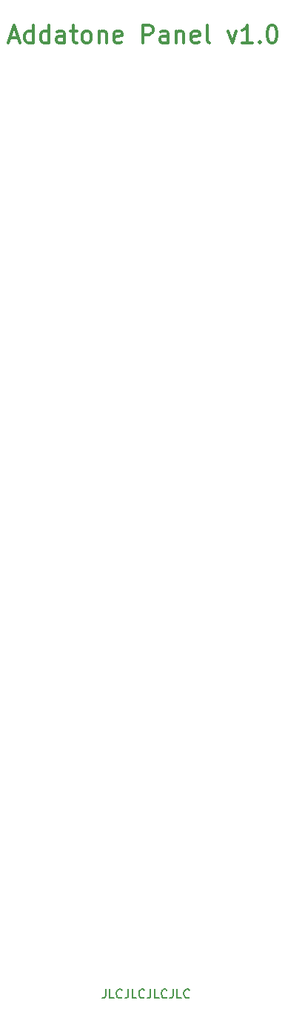
<source format=gbr>
G04 #@! TF.GenerationSoftware,KiCad,Pcbnew,(5.1.5)-3*
G04 #@! TF.CreationDate,2020-05-14T11:01:11+01:00*
G04 #@! TF.ProjectId,Addatone Panel,41646461-746f-46e6-9520-50616e656c2e,rev?*
G04 #@! TF.SameCoordinates,Original*
G04 #@! TF.FileFunction,Legend,Top*
G04 #@! TF.FilePolarity,Positive*
%FSLAX46Y46*%
G04 Gerber Fmt 4.6, Leading zero omitted, Abs format (unit mm)*
G04 Created by KiCad (PCBNEW (5.1.5)-3) date 2020-05-14 11:01:11*
%MOMM*%
%LPD*%
G04 APERTURE LIST*
%ADD10C,0.150000*%
%ADD11C,0.300000*%
G04 APERTURE END LIST*
D10*
X125880952Y-160852380D02*
X125880952Y-161566666D01*
X125833333Y-161709523D01*
X125738095Y-161804761D01*
X125595238Y-161852380D01*
X125500000Y-161852380D01*
X126833333Y-161852380D02*
X126357142Y-161852380D01*
X126357142Y-160852380D01*
X127738095Y-161757142D02*
X127690476Y-161804761D01*
X127547619Y-161852380D01*
X127452380Y-161852380D01*
X127309523Y-161804761D01*
X127214285Y-161709523D01*
X127166666Y-161614285D01*
X127119047Y-161423809D01*
X127119047Y-161280952D01*
X127166666Y-161090476D01*
X127214285Y-160995238D01*
X127309523Y-160900000D01*
X127452380Y-160852380D01*
X127547619Y-160852380D01*
X127690476Y-160900000D01*
X127738095Y-160947619D01*
X128452380Y-160852380D02*
X128452380Y-161566666D01*
X128404761Y-161709523D01*
X128309523Y-161804761D01*
X128166666Y-161852380D01*
X128071428Y-161852380D01*
X129404761Y-161852380D02*
X128928571Y-161852380D01*
X128928571Y-160852380D01*
X130309523Y-161757142D02*
X130261904Y-161804761D01*
X130119047Y-161852380D01*
X130023809Y-161852380D01*
X129880952Y-161804761D01*
X129785714Y-161709523D01*
X129738095Y-161614285D01*
X129690476Y-161423809D01*
X129690476Y-161280952D01*
X129738095Y-161090476D01*
X129785714Y-160995238D01*
X129880952Y-160900000D01*
X130023809Y-160852380D01*
X130119047Y-160852380D01*
X130261904Y-160900000D01*
X130309523Y-160947619D01*
X131023809Y-160852380D02*
X131023809Y-161566666D01*
X130976190Y-161709523D01*
X130880952Y-161804761D01*
X130738095Y-161852380D01*
X130642857Y-161852380D01*
X131976190Y-161852380D02*
X131500000Y-161852380D01*
X131500000Y-160852380D01*
X132880952Y-161757142D02*
X132833333Y-161804761D01*
X132690476Y-161852380D01*
X132595238Y-161852380D01*
X132452380Y-161804761D01*
X132357142Y-161709523D01*
X132309523Y-161614285D01*
X132261904Y-161423809D01*
X132261904Y-161280952D01*
X132309523Y-161090476D01*
X132357142Y-160995238D01*
X132452380Y-160900000D01*
X132595238Y-160852380D01*
X132690476Y-160852380D01*
X132833333Y-160900000D01*
X132880952Y-160947619D01*
X133595238Y-160852380D02*
X133595238Y-161566666D01*
X133547619Y-161709523D01*
X133452380Y-161804761D01*
X133309523Y-161852380D01*
X133214285Y-161852380D01*
X134547619Y-161852380D02*
X134071428Y-161852380D01*
X134071428Y-160852380D01*
X135452380Y-161757142D02*
X135404761Y-161804761D01*
X135261904Y-161852380D01*
X135166666Y-161852380D01*
X135023809Y-161804761D01*
X134928571Y-161709523D01*
X134880952Y-161614285D01*
X134833333Y-161423809D01*
X134833333Y-161280952D01*
X134880952Y-161090476D01*
X134928571Y-160995238D01*
X135023809Y-160900000D01*
X135166666Y-160852380D01*
X135261904Y-160852380D01*
X135404761Y-160900000D01*
X135452380Y-160947619D01*
D11*
X114914285Y-52033333D02*
X115866666Y-52033333D01*
X114723809Y-52604761D02*
X115390476Y-50604761D01*
X116057142Y-52604761D01*
X117580952Y-52604761D02*
X117580952Y-50604761D01*
X117580952Y-52509523D02*
X117390476Y-52604761D01*
X117009523Y-52604761D01*
X116819047Y-52509523D01*
X116723809Y-52414285D01*
X116628571Y-52223809D01*
X116628571Y-51652380D01*
X116723809Y-51461904D01*
X116819047Y-51366666D01*
X117009523Y-51271428D01*
X117390476Y-51271428D01*
X117580952Y-51366666D01*
X119390476Y-52604761D02*
X119390476Y-50604761D01*
X119390476Y-52509523D02*
X119200000Y-52604761D01*
X118819047Y-52604761D01*
X118628571Y-52509523D01*
X118533333Y-52414285D01*
X118438095Y-52223809D01*
X118438095Y-51652380D01*
X118533333Y-51461904D01*
X118628571Y-51366666D01*
X118819047Y-51271428D01*
X119200000Y-51271428D01*
X119390476Y-51366666D01*
X121200000Y-52604761D02*
X121200000Y-51557142D01*
X121104761Y-51366666D01*
X120914285Y-51271428D01*
X120533333Y-51271428D01*
X120342857Y-51366666D01*
X121200000Y-52509523D02*
X121009523Y-52604761D01*
X120533333Y-52604761D01*
X120342857Y-52509523D01*
X120247619Y-52319047D01*
X120247619Y-52128571D01*
X120342857Y-51938095D01*
X120533333Y-51842857D01*
X121009523Y-51842857D01*
X121200000Y-51747619D01*
X121866666Y-51271428D02*
X122628571Y-51271428D01*
X122152380Y-50604761D02*
X122152380Y-52319047D01*
X122247619Y-52509523D01*
X122438095Y-52604761D01*
X122628571Y-52604761D01*
X123580952Y-52604761D02*
X123390476Y-52509523D01*
X123295238Y-52414285D01*
X123200000Y-52223809D01*
X123200000Y-51652380D01*
X123295238Y-51461904D01*
X123390476Y-51366666D01*
X123580952Y-51271428D01*
X123866666Y-51271428D01*
X124057142Y-51366666D01*
X124152380Y-51461904D01*
X124247619Y-51652380D01*
X124247619Y-52223809D01*
X124152380Y-52414285D01*
X124057142Y-52509523D01*
X123866666Y-52604761D01*
X123580952Y-52604761D01*
X125104761Y-51271428D02*
X125104761Y-52604761D01*
X125104761Y-51461904D02*
X125200000Y-51366666D01*
X125390476Y-51271428D01*
X125676190Y-51271428D01*
X125866666Y-51366666D01*
X125961904Y-51557142D01*
X125961904Y-52604761D01*
X127676190Y-52509523D02*
X127485714Y-52604761D01*
X127104761Y-52604761D01*
X126914285Y-52509523D01*
X126819047Y-52319047D01*
X126819047Y-51557142D01*
X126914285Y-51366666D01*
X127104761Y-51271428D01*
X127485714Y-51271428D01*
X127676190Y-51366666D01*
X127771428Y-51557142D01*
X127771428Y-51747619D01*
X126819047Y-51938095D01*
X130152380Y-52604761D02*
X130152380Y-50604761D01*
X130914285Y-50604761D01*
X131104761Y-50700000D01*
X131200000Y-50795238D01*
X131295238Y-50985714D01*
X131295238Y-51271428D01*
X131200000Y-51461904D01*
X131104761Y-51557142D01*
X130914285Y-51652380D01*
X130152380Y-51652380D01*
X133009523Y-52604761D02*
X133009523Y-51557142D01*
X132914285Y-51366666D01*
X132723809Y-51271428D01*
X132342857Y-51271428D01*
X132152380Y-51366666D01*
X133009523Y-52509523D02*
X132819047Y-52604761D01*
X132342857Y-52604761D01*
X132152380Y-52509523D01*
X132057142Y-52319047D01*
X132057142Y-52128571D01*
X132152380Y-51938095D01*
X132342857Y-51842857D01*
X132819047Y-51842857D01*
X133009523Y-51747619D01*
X133961904Y-51271428D02*
X133961904Y-52604761D01*
X133961904Y-51461904D02*
X134057142Y-51366666D01*
X134247619Y-51271428D01*
X134533333Y-51271428D01*
X134723809Y-51366666D01*
X134819047Y-51557142D01*
X134819047Y-52604761D01*
X136533333Y-52509523D02*
X136342857Y-52604761D01*
X135961904Y-52604761D01*
X135771428Y-52509523D01*
X135676190Y-52319047D01*
X135676190Y-51557142D01*
X135771428Y-51366666D01*
X135961904Y-51271428D01*
X136342857Y-51271428D01*
X136533333Y-51366666D01*
X136628571Y-51557142D01*
X136628571Y-51747619D01*
X135676190Y-51938095D01*
X137771428Y-52604761D02*
X137580952Y-52509523D01*
X137485714Y-52319047D01*
X137485714Y-50604761D01*
X139866666Y-51271428D02*
X140342857Y-52604761D01*
X140819047Y-51271428D01*
X142628571Y-52604761D02*
X141485714Y-52604761D01*
X142057142Y-52604761D02*
X142057142Y-50604761D01*
X141866666Y-50890476D01*
X141676190Y-51080952D01*
X141485714Y-51176190D01*
X143485714Y-52414285D02*
X143580952Y-52509523D01*
X143485714Y-52604761D01*
X143390476Y-52509523D01*
X143485714Y-52414285D01*
X143485714Y-52604761D01*
X144819047Y-50604761D02*
X145009523Y-50604761D01*
X145200000Y-50700000D01*
X145295238Y-50795238D01*
X145390476Y-50985714D01*
X145485714Y-51366666D01*
X145485714Y-51842857D01*
X145390476Y-52223809D01*
X145295238Y-52414285D01*
X145200000Y-52509523D01*
X145009523Y-52604761D01*
X144819047Y-52604761D01*
X144628571Y-52509523D01*
X144533333Y-52414285D01*
X144438095Y-52223809D01*
X144342857Y-51842857D01*
X144342857Y-51366666D01*
X144438095Y-50985714D01*
X144533333Y-50795238D01*
X144628571Y-50700000D01*
X144819047Y-50604761D01*
M02*

</source>
